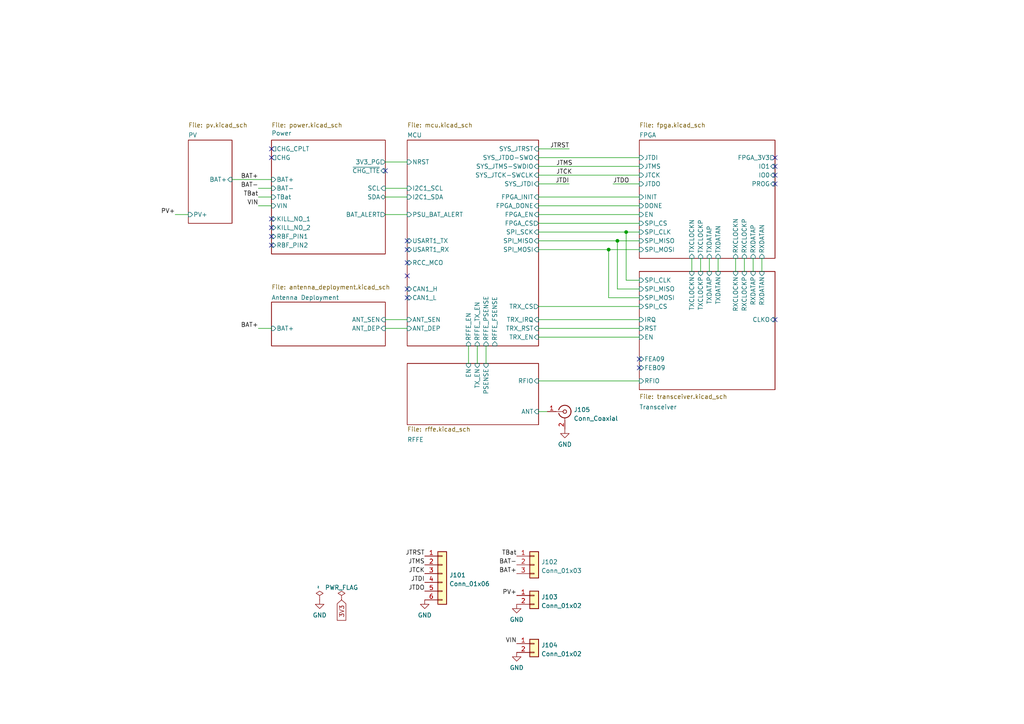
<source format=kicad_sch>
(kicad_sch (version 20211123) (generator eeschema)
  (paper "A4")
  (title_block (title "SIDLOC") (date "2022-03-16") (company "Libre Space Foundation"))
  (lib_symbols
    (symbol "Connector:Conn_Coaxial" (pin_names (offset 1.016) hide)
      (property "Reference" "J" (at 0.254 3.048 0))
      (property "Value" "Conn_Coaxial" (at 2.921 0 90))
      (symbol "Conn_Coaxial_0_1"
        (arc (start -1.778 -0.508) (mid 0.222 -1.808) (end 1.778 0) (stroke (width 0.254)))
        (polyline (pts (xy -2.54 0) (xy -0.508 0)))
        (polyline (pts (xy 0 -2.54) (xy 0 -1.778)))
        (circle (center 0 0) (radius 0.508) (stroke (width 0.2032)))
        (arc (start 1.778 0) (mid 0.222 1.8083) (end -1.778 0.508) (stroke (width 0.254)))
      )
      (symbol "Conn_Coaxial_1_1"
        (pin passive line (at -5.08 0 0) (length 2.54) (name "In") (number "1"))
        (pin passive line (at 0 -5.08 90) (length 2.54) (name "Ext") (number "2"))
      )
    )
    (symbol "Connector_Generic:Conn_01x02" (pin_names (offset 1.016) hide)
      (property "Reference" "J" (at 0 2.54 0))
      (property "Value" "Conn_01x02" (at 0 -5.08 0))
      (symbol "Conn_01x02_1_1"
        (rectangle (start -1.27 -2.413) (end 0 -2.667) (stroke (width 0.1524)))
        (rectangle (start -1.27 0.127) (end 0 -0.127) (stroke (width 0.1524)))
        (rectangle (start -1.27 1.27) (end 1.27 -3.81) (stroke (width 0.254)) (fill (type background)))
        (pin passive line (at -5.08 0 0) (length 3.81) (name "Pin_1") (number "1"))
        (pin passive line (at -5.08 -2.54 0) (length 3.81) (name "Pin_2") (number "2"))
      )
    )
    (symbol "Connector_Generic:Conn_01x03" (pin_names (offset 1.016) hide)
      (property "Reference" "J" (at 0 5.08 0))
      (property "Value" "Conn_01x03" (at 0 -5.08 0))
      (symbol "Conn_01x03_1_1"
        (rectangle (start -1.27 -2.413) (end 0 -2.667) (stroke (width 0.1524)))
        (rectangle (start -1.27 0.127) (end 0 -0.127) (stroke (width 0.1524)))
        (rectangle (start -1.27 2.667) (end 0 2.413) (stroke (width 0.1524)))
        (rectangle (start -1.27 3.81) (end 1.27 -3.81) (stroke (width 0.254)) (fill (type background)))
        (pin passive line (at -5.08 2.54 0) (length 3.81) (name "Pin_1") (number "1"))
        (pin passive line (at -5.08 0 0) (length 3.81) (name "Pin_2") (number "2"))
        (pin passive line (at -5.08 -2.54 0) (length 3.81) (name "Pin_3") (number "3"))
      )
    )
    (symbol "Connector_Generic:Conn_01x06" (pin_names (offset 1.016) hide)
      (property "Reference" "J" (at 0 7.62 0))
      (property "Value" "Conn_01x06" (at 0 -10.16 0))
      (symbol "Conn_01x06_1_1"
        (rectangle (start -1.27 -7.493) (end 0 -7.747) (stroke (width 0.1524)))
        (rectangle (start -1.27 -4.953) (end 0 -5.207) (stroke (width 0.1524)))
        (rectangle (start -1.27 -2.413) (end 0 -2.667) (stroke (width 0.1524)))
        (rectangle (start -1.27 0.127) (end 0 -0.127) (stroke (width 0.1524)))
        (rectangle (start -1.27 2.667) (end 0 2.413) (stroke (width 0.1524)))
        (rectangle (start -1.27 5.207) (end 0 4.953) (stroke (width 0.1524)))
        (rectangle (start -1.27 6.35) (end 1.27 -8.89) (stroke (width 0.254)) (fill (type background)))
        (pin passive line (at -5.08 5.08 0) (length 3.81) (name "Pin_1") (number "1"))
        (pin passive line (at -5.08 2.54 0) (length 3.81) (name "Pin_2") (number "2"))
        (pin passive line (at -5.08 0 0) (length 3.81) (name "Pin_3") (number "3"))
        (pin passive line (at -5.08 -2.54 0) (length 3.81) (name "Pin_4") (number "4"))
        (pin passive line (at -5.08 -5.08 0) (length 3.81) (name "Pin_5") (number "5"))
        (pin passive line (at -5.08 -7.62 0) (length 3.81) (name "Pin_6") (number "6"))
      )
    )
    (symbol "power:GND" (power) (pin_names (offset 0))
      (property "Value" "GND" (at 0 -3.81 0))
      (symbol "GND_0_1"
        (polyline (pts (xy 0 0) (xy 0 -1.27) (xy 1.27 -1.27) (xy 0 -2.54) (xy -1.27 -1.27) (xy 0 -1.27)))
      )
      (symbol "GND_1_1"
        (pin power_in line (at 0 0 270) (length 0) hide (name "GND") (number "1"))
      )
    )
    (symbol "power:PWR_FLAG" (power) (pin_numbers hide) (pin_names (offset 0) hide)
      (property "Value" "PWR_FLAG" (at 0 3.81 0))
      (symbol "PWR_FLAG_0_0"
        (pin power_out line (at 0 0 90) (length 0) (name "pwr") (number "1"))
      )
      (symbol "PWR_FLAG_0_1"
        (polyline (pts (xy 0 0) (xy 0 1.27) (xy -1.016 1.905) (xy 0 2.54) (xy 1.016 1.905) (xy 0 1.27)))
      )
    )
  )
  (junction (at 176.53 72.39))
  (junction (at 179.07 69.85))
  (junction (at 181.61 67.31))
  (no_connect (at 111.76 49.53))
  (no_connect (at 224.79 92.71))
  (no_connect (at 185.42 104.14))
  (no_connect (at 185.42 106.68))
  (no_connect (at 224.79 45.72))
  (no_connect (at 78.74 63.5))
  (no_connect (at 78.74 71.12))
  (no_connect (at 78.74 66.04))
  (no_connect (at 78.74 68.58))
  (no_connect (at 78.74 45.72))
  (no_connect (at 78.74 43.18))
  (no_connect (at 224.79 50.8))
  (no_connect (at 224.79 48.26))
  (no_connect (at 224.79 53.34))
  (no_connect (at 118.11 69.85))
  (no_connect (at 118.11 72.39))
  (no_connect (at 118.11 83.82))
  (no_connect (at 118.11 86.36))
  (no_connect (at 118.11 80.01))
  (no_connect (at 118.11 76.2))
  (wire (pts (xy 185.42 83.82) (xy 179.07 83.82)))
  (wire (pts (xy 156.21 43.18) (xy 165.1 43.18)))
  (wire (pts (xy 156.21 59.69) (xy 185.42 59.69)))
  (wire (pts (xy 156.21 92.71) (xy 185.42 92.71)))
  (wire (pts (xy 185.42 86.36) (xy 176.53 86.36)))
  (wire (pts (xy 156.21 67.31) (xy 181.61 67.31)))
  (wire (pts (xy 156.21 50.8) (xy 185.42 50.8)))
  (wire (pts (xy 156.21 69.85) (xy 179.07 69.85)))
  (wire (pts (xy 177.8 53.34) (xy 185.42 53.34)))
  (wire (pts (xy 111.76 62.23) (xy 118.11 62.23)))
  (wire (pts (xy 156.21 62.23) (xy 185.42 62.23)))
  (wire (pts (xy 156.21 97.79) (xy 185.42 97.79)))
  (wire (pts (xy 203.2 74.93) (xy 203.2 78.74)))
  (wire (pts (xy 111.76 95.25) (xy 118.11 95.25)))
  (wire (pts (xy 156.21 57.15) (xy 185.42 57.15)))
  (wire (pts (xy 176.53 72.39) (xy 185.42 72.39)))
  (wire (pts (xy 200.66 74.93) (xy 200.66 78.74)))
  (wire (pts (xy 74.93 95.25) (xy 78.74 95.25)))
  (wire (pts (xy 205.74 74.93) (xy 205.74 78.74)))
  (wire (pts (xy 156.21 119.38) (xy 158.75 119.38)))
  (wire (pts (xy 156.21 53.34) (xy 165.1 53.34)))
  (wire (pts (xy 156.21 64.77) (xy 185.42 64.77)))
  (wire (pts (xy 181.61 67.31) (xy 185.42 67.31)))
  (wire (pts (xy 220.98 74.93) (xy 220.98 78.74)))
  (wire (pts (xy 176.53 72.39) (xy 176.53 86.36)))
  (wire (pts (xy 156.21 45.72) (xy 185.42 45.72)))
  (wire (pts (xy 179.07 69.85) (xy 185.42 69.85)))
  (wire (pts (xy 78.74 57.15) (xy 74.93 57.15)))
  (wire (pts (xy 156.21 110.49) (xy 185.42 110.49)))
  (wire (pts (xy 135.89 100.33) (xy 135.89 105.41)))
  (wire (pts (xy 185.42 81.28) (xy 181.61 81.28)))
  (wire (pts (xy 156.21 48.26) (xy 185.42 48.26)))
  (wire (pts (xy 111.76 46.99) (xy 118.11 46.99)))
  (wire (pts (xy 218.44 74.93) (xy 218.44 78.74)))
  (wire (pts (xy 138.43 100.33) (xy 138.43 105.41)))
  (wire (pts (xy 78.74 59.69) (xy 74.93 59.69)))
  (wire (pts (xy 111.76 54.61) (xy 118.11 54.61)))
  (wire (pts (xy 213.36 74.93) (xy 213.36 78.74)))
  (wire (pts (xy 156.21 72.39) (xy 176.53 72.39)))
  (wire (pts (xy 215.9 74.93) (xy 215.9 78.74)))
  (wire (pts (xy 54.61 62.23) (xy 50.8 62.23)))
  (wire (pts (xy 156.21 95.25) (xy 185.42 95.25)))
  (wire (pts (xy 156.21 88.9) (xy 185.42 88.9)))
  (wire (pts (xy 67.31 52.07) (xy 78.74 52.07)))
  (wire (pts (xy 179.07 69.85) (xy 179.07 83.82)))
  (wire (pts (xy 181.61 67.31) (xy 181.61 81.28)))
  (wire (pts (xy 208.28 74.93) (xy 208.28 78.74)))
  (wire (pts (xy 78.74 54.61) (xy 74.93 54.61)))
  (wire (pts (xy 111.76 92.71) (xy 118.11 92.71)))
  (wire (pts (xy 140.97 100.33) (xy 140.97 105.41)))
  (wire (pts (xy 111.76 57.15) (xy 118.11 57.15)))
  (label "PV+" (at 50.8 62.23 180))
  (label "JTDO" (at 123.19 171.45 180))
  (label "TBat" (at 74.93 57.15 180))
  (label "JTDO" (at 177.8 53.34 0))
  (label "BAT+" (at 74.93 95.25 180))
  (label "JTDI" (at 123.19 168.91 180))
  (label "JTRST" (at 123.19 161.29 180))
  (label "JTRST" (at 165.1 43.18 180))
  (label "JTMS" (at 161.29 48.26 0))
  (label "JTMS" (at 123.19 163.83 180))
  (label "PV+" (at 149.86 172.72 180))
  (label "JTCK" (at 123.19 166.37 180))
  (label "JTDI" (at 165.1 53.34 180))
  (label "BAT-" (at 149.86 163.83 180))
  (label "VIN" (at 74.93 59.69 180))
  (label "JTCK" (at 161.29 50.8 0))
  (label "BAT+" (at 74.93 52.07 180))
  (label "VIN" (at 149.86 186.69 180))
  (label "BAT-" (at 74.93 54.61 180))
  (label "TBat" (at 149.86 161.29 180))
  (label "BAT+" (at 149.86 166.37 180))
  (global_label "3V3" (shape input) (at 99.06 173.99 270) (property "Intersheet References" "${INTERSHEET_REFS}" (effects hide)))
  (symbol (lib_id "power:GND") (at 149.86 189.23 0) (unit 1)
    (property "Reference" "#PWR0103" (effects hide))
    (property "Value" "GND" (at 149.86 193.6734 0))
  )
  (symbol (lib_id "power:GND") (at 163.83 124.46 0) (unit 1)
    (property "Reference" "#PWR0104" (effects hide))
    (property "Value" "GND" (at 163.83 128.9034 0))
  )
  (symbol (lib_id "power:PWR_FLAG") (at 99.06 173.99 0) (unit 1)
    (property "Reference" "#FLG0102" (effects hide))
    (property "Value" "PWR_FLAG" (at 99.06 170.4142 0))
  )
  (symbol (lib_id "Connector_Generic:Conn_01x02") (at 154.94 172.72 0) (unit 1)
    (property "Reference" "J103" (at 156.972 173.1553 0) (effects (justify left)))
    (property "Value" "Conn_01x02" (at 156.972 175.6922 0) (effects (justify left)))
  )
  (symbol (lib_id "power:PWR_FLAG") (at 92.71 173.99 0) (unit 1)
    (property "Reference" "#FLG0101" (effects hide))
    (property "Value" "~" (at 92.2762 170.8151 90) (effects (justify left)))
  )
  (symbol (lib_id "power:GND") (at 149.86 175.26 0) (unit 1)
    (property "Reference" "#PWR0102" (effects hide))
    (property "Value" "GND" (at 149.86 179.7034 0))
  )
  (symbol (lib_id "Connector_Generic:Conn_01x02") (at 154.94 186.69 0) (unit 1)
    (property "Reference" "J104" (at 156.972 187.1253 0) (effects (justify left)))
    (property "Value" "Conn_01x02" (at 156.972 189.6622 0) (effects (justify left)))
  )
  (symbol (lib_id "Connector_Generic:Conn_01x03") (at 154.94 163.83 0) (unit 1)
    (property "Reference" "J102" (at 156.972 162.9953 0) (effects (justify left)))
    (property "Value" "Conn_01x03" (at 156.972 165.5322 0) (effects (justify left)))
  )
  (symbol (lib_id "power:GND") (at 123.19 173.99 0) (unit 1)
    (property "Reference" "#PWR0101" (effects hide))
    (property "Value" "GND" (at 123.19 178.4334 0))
  )
  (symbol (lib_id "Connector_Generic:Conn_01x06") (at 128.27 166.37 0) (unit 1)
    (property "Reference" "J101" (at 130.302 166.8053 0) (effects (justify left)))
    (property "Value" "Conn_01x06" (at 130.302 169.3422 0) (effects (justify left)))
  )
  (symbol (lib_id "power:GND") (at 92.71 173.99 0) (unit 1)
    (property "Reference" "#PWR0105" (effects hide))
    (property "Value" "GND" (at 92.71 178.4334 0))
  )
  (symbol (lib_id "Connector:Conn_Coaxial") (at 163.83 119.38 0) (unit 1)
    (property "Reference" "J105" (at 166.37 118.8385 0) (effects (justify left)))
    (property "Value" "Conn_Coaxial" (at 166.37 121.3754 0) (effects (justify left)))
    (property "Datasheet" " ~" (effects hide))
  )
  (sheet (at 54.61 40.64) (size 12.7 24.13) (stroke (width 0.1524))
    (property "Sheet name" "PV" (at 54.61 39.9284 0) (effects (justify left bottom)))
    (property "Sheet file" "pv.kicad_sch" (at 54.61 35.56 0) (effects (justify left top)))
    (pin "PV+" input (at 54.61 62.23 180))
    (pin "BAT+" input (at 67.31 52.07 0))
  )
  (sheet (at 185.42 78.74) (size 39.37 34.29) (stroke (width 0.1524))
    (property "Sheet name" "Transceiver" (at 185.42 118.7954 0) (effects (justify left bottom)))
    (property "Sheet file" "transceiver.kicad_sch" (at 185.42 114.3 0) (effects (justify left top)))
    (pin "TXDATAP" input (at 205.74 78.74 90))
    (pin "TXDATAN" input (at 208.28 78.74 90))
    (pin "TXCLOCKN" input (at 200.66 78.74 90))
    (pin "TXCLOCKP" input (at 203.2 78.74 90))
    (pin "RXCLOCKP" input (at 215.9 78.74 90))
    (pin "RXCLOCKN" input (at 213.36 78.74 90))
    (pin "RXDATAP" input (at 218.44 78.74 90))
    (pin "RXDATAN" input (at 220.98 78.74 90))
    (pin "SPI_MOSI" input (at 185.42 86.36 180))
    (pin "SPI_CLK" input (at 185.42 81.28 180))
    (pin "SPI_CS" input (at 185.42 88.9 180))
    (pin "SPI_MISO" input (at 185.42 83.82 180))
    (pin "IRQ" input (at 185.42 92.71 180))
    (pin "RST" input (at 185.42 95.25 180))
    (pin "RFIO" input (at 185.42 110.49 180))
    (pin "FEA09" input (at 185.42 104.14 180))
    (pin "FEB09" input (at 185.42 106.68 180))
    (pin "CLKO" input (at 224.79 92.71 0))
    (pin "EN" input (at 185.42 97.79 180))
  )
  (sheet (at 118.11 105.41) (size 38.1 17.78) (stroke (width 0.1524))
    (property "Sheet name" "RFFE" (at 118.11 128.27 0) (effects (justify left bottom)))
    (property "Sheet file" "rffe.kicad_sch" (at 118.11 123.7746 0) (effects (justify left top)))
    (pin "EN" input (at 135.89 105.41 90))
    (pin "TX_EN" input (at 138.43 105.41 90))
    (pin "RFIO" input (at 156.21 110.49 0))
    (pin "ANT" input (at 156.21 119.38 0))
    (pin "PSENSE" input (at 140.97 105.41 90))
  )
  (sheet (at 78.74 40.64) (size 33.02 33.02) (stroke (width 0.1524))
    (property "Sheet name" "Power" (at 78.74 39.37 0) (effects (justify left bottom)))
    (property "Sheet file" "power.kicad_sch" (at 78.74 35.56 0) (effects (justify left top)))
    (pin "TBat" input (at 78.74 57.15 180))
    (pin "SCL" input (at 111.76 54.61 0))
    (pin "BAT+" input (at 78.74 52.07 180))
    (pin "BAT-" input (at 78.74 54.61 180))
    (pin "3V3_PG" output (at 111.76 46.99 0))
    (pin "SDA" bidirectional (at 111.76 57.15 0))
    (pin "BAT_ALERT" output (at 111.76 62.23 0))
    (pin "CHG_CPLT" output (at 78.74 43.18 180))
    (pin "CHG" output (at 78.74 45.72 180))
    (pin "VIN" input (at 78.74 59.69 180))
    (pin "~{CHG_TTE}" input (at 111.76 49.53 0))
    (pin "RBF_PIN2" input (at 78.74 71.12 180))
    (pin "KILL_NO_2" input (at 78.74 66.04 180))
    (pin "RBF_PIN1" input (at 78.74 68.58 180))
    (pin "KILL_NO_1" input (at 78.74 63.5 180))
  )
  (sheet (at 185.42 40.64) (size 39.37 34.29) (stroke (width 0.1524))
    (property "Sheet name" "FPGA" (at 185.42 39.9284 0) (effects (justify left bottom)))
    (property "Sheet file" "fpga.kicad_sch" (at 185.42 35.56 0) (effects (justify left top)))
    (pin "JTDO" input (at 185.42 53.34 180))
    (pin "JTMS" input (at 185.42 48.26 180))
    (pin "JTCK" input (at 185.42 50.8 180))
    (pin "JTDI" input (at 185.42 45.72 180))
    (pin "DONE" input (at 185.42 59.69 180))
    (pin "INIT" input (at 185.42 57.15 180))
    (pin "PROG" input (at 224.79 53.34 0))
    (pin "IO0" input (at 224.79 50.8 0))
    (pin "IO1" input (at 224.79 48.26 0))
    (pin "SPI_MISO" input (at 185.42 69.85 180))
    (pin "SPI_MOSI" input (at 185.42 72.39 180))
    (pin "SPI_CLK" input (at 185.42 67.31 180))
    (pin "SPI_CS" input (at 185.42 64.77 180))
    (pin "TXCLOCKN" input (at 200.66 74.93 270))
    (pin "TXCLOCKP" input (at 203.2 74.93 270))
    (pin "TXDATAP" input (at 205.74 74.93 270))
    (pin "TXDATAN" input (at 208.28 74.93 270))
    (pin "RXCLOCKN" input (at 213.36 74.93 270))
    (pin "RXCLOCKP" input (at 215.9 74.93 270))
    (pin "RXDATAP" input (at 218.44 74.93 270))
    (pin "RXDATAN" input (at 220.98 74.93 270))
    (pin "EN" input (at 185.42 62.23 180))
    (pin "FPGA_3V3" output (at 224.79 45.72 0))
  )
  (sheet (at 118.11 40.64) (size 38.1 59.69) (stroke (width 0.1524))
    (property "Sheet name" "MCU" (at 118.11 39.9284 0) (effects (justify left bottom)))
    (property "Sheet file" "mcu.kicad_sch" (at 118.11 35.56 0) (effects (justify left top)))
    (pin "USART1_TX" input (at 118.11 69.85 180))
    (pin "SYS_JTDO-SWO" input (at 156.21 45.72 0))
    (pin "USART1_RX" input (at 118.11 72.39 180))
    (pin "SYS_JTRST" input (at 156.21 43.18 0))
    (pin "SYS_JTMS-SWDIO" input (at 156.21 48.26 0))
    (pin "SYS_JTCK-SWCLK" input (at 156.21 50.8 0))
    (pin "SYS_JTDI" input (at 156.21 53.34 0))
    (pin "I2C1_SCL" input (at 118.11 54.61 180))
    (pin "RCC_MCO" input (at 118.11 76.2 180))
    (pin "I2C1_SDA" input (at 118.11 57.15 180))
    (pin "NRST" input (at 118.11 46.99 180))
    (pin "CAN1_H" input (at 118.11 83.82 180))
    (pin "CAN1_L" input (at 118.11 86.36 180))
    (pin "RFFE_EN" input (at 135.89 100.33 270))
    (pin "TRX_IRQ" input (at 156.21 92.71 0))
    (pin "ANT_SEN" input (at 118.11 92.71 180))
    (pin "FPGA_DONE" input (at 156.21 59.69 0))
    (pin "RFFE_TX_EN" input (at 138.43 100.33 270))
    (pin "TRX_EN" input (at 156.21 97.79 0))
    (pin "FPGA_EN" input (at 156.21 62.23 0))
    (pin "PSU_BAT_ALERT" input (at 118.11 62.23 180))
    (pin "RFFE_PSENSE" input (at 140.97 100.33 270))
    (pin "TRX_RST" input (at 156.21 95.25 0))
    (pin "ANT_DEP" input (at 118.11 95.25 180))
    (pin "SPI_MISO" input (at 156.21 69.85 0))
    (pin "SPI_SCK" input (at 156.21 67.31 0))
    (pin "SPI_MOSI" input (at 156.21 72.39 0))
    (pin "FPGA_INIT" input (at 156.21 57.15 0))
    (pin "TRX_CS" output (at 156.21 88.9 0))
    (pin "FPGA_CS" output (at 156.21 64.77 0))
    (pin "RFFE_FSENSE" input (at 143.51 100.33 270))
  )
  (sheet (at 78.74 87.63) (size 33.02 12.7) (stroke (width 0.1524))
    (property "Sheet name" "Antenna Deployment" (at 78.74 87.0454 0) (effects (justify left bottom)))
    (property "Sheet file" "antenna_deployment.kicad_sch" (at 78.74 82.55 0) (effects (justify left top)))
    (pin "ANT_DEP" input (at 111.76 95.25 0))
    (pin "ANT_SEN" input (at 111.76 92.71 0))
    (pin "BAT+" input (at 78.74 95.25 180))
  )
)
</source>
